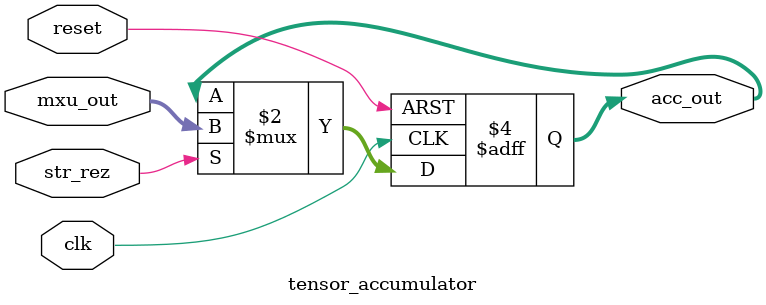
<source format=v>
module tensor_accumulator (
    input [143:0] mxu_out,
    input str_rez, clk, reset,
    output reg [143:0] acc_out
);

    always @(posedge clk, posedge reset) begin 
        if(reset)           acc_out <= 144'b0;
        else if(str_rez)    acc_out <= mxu_out;
    end

endmodule
</source>
